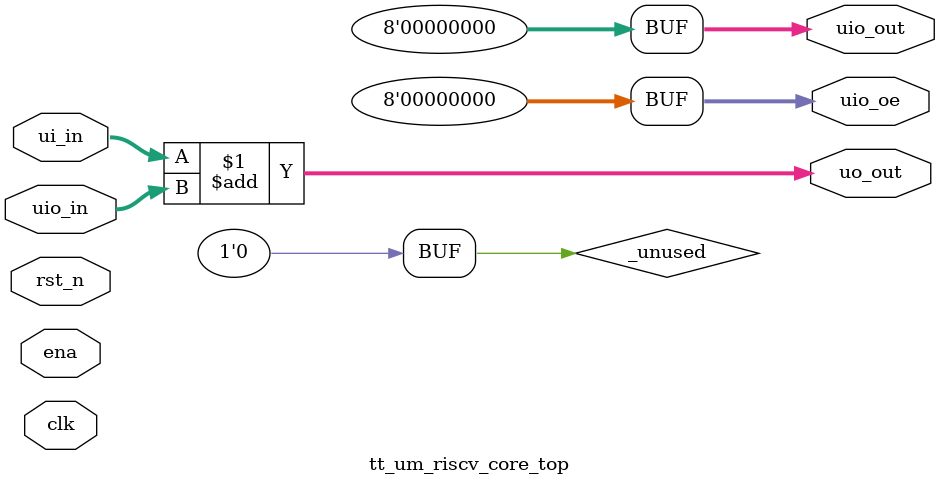
<source format=v>
/*
 * Copyright (c) 2024 Your Name
 * SPDX-License-Identifier: Apache-2.0
 */

`default_nettype none

module tt_um_riscv_core_top(
    input  wire [7:0] ui_in,    // Dedicated inputs
    output wire [7:0] uo_out,   // Dedicated outputs
    input  wire [7:0] uio_in,   // IOs: Input path
    output wire [7:0] uio_out,  // IOs: Output path
    output wire [7:0] uio_oe,   // IOs: Enable path (active high: 0=input, 1=output)
    input  wire       ena,      // always 1 when the design is powered, so you can ignore it
    input  wire       clk,      // clock
    input  wire       rst_n     // reset_n - low to reset
);

  // All output pins must be assigned. If not used, assign to 0.
  assign uo_out  = ui_in + uio_in;  // Example: ou_out is the sum of ui_in and uio_in
  assign uio_out = 0;
  assign uio_oe  = 0;

  // List all unused inputs to prevent warnings
  wire _unused = &{ena, clk, rst_n, 1'b0};

endmodule

</source>
